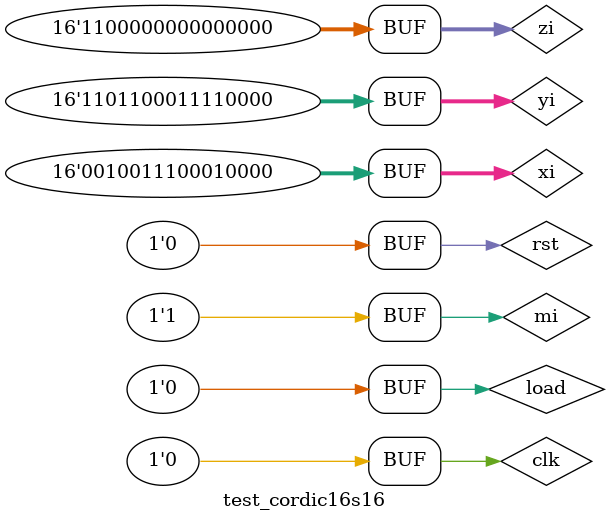
<source format=v>
`timescale 1ns / 1ps
module test_cordic16s16;

	// Inputs
	reg [15:0] xi;
	reg [15:0] yi;
	reg [15:0] zi;
	reg load;
	reg mi;
	reg clk;
	reg rst;

	// Outputs
	wire [15:0] xo;
	wire [15:0] yo;
	wire [15:0] zo;
	wire rdy;
	wire mo;
	
	// Test
	reg [15:0] xout,yout,zout;

	// Instantiate the Unit Under Test (UUT)
	cordic16s16 uut (
		.xi(xi), 
		.yi(yi), 
		.zi(zi), 
		.xo(xo), 
		.yo(yo), 
		.zo(zo), 
		.load(load), 
		.mi(mi),
		.mo(mo),		
		.rdy(rdy), 
		.clk(clk), 
		.rst(rst)
	);
	always @ (posedge clk)
	begin
		if (rdy) xout <= xo;
		if (rdy) yout <= yo;
		if (rdy) zout <= zo;
	end

	initial begin
		// Initialize Inputs
		xi = 0;
		yi = 0;
		zi = 0;
		load = 0;
		mi = 0;
		clk = 0;
		rst = 0;

		// Wait 100 ns for global reset to finish
		#100;
        
		// reset
		#5 clk = 0; rst = 1;
		#5 clk = 1;
		#5 clk = 0; rst = 0;
		#5 clk = 1;
		// demodulate Fs/4
		repeat (16)
		begin
			#5 clk = 0; xi = 16384; yi = 16384; zi = 0; load = 1;
			#5 clk = 1;
			repeat (39)
			begin
				#5 clk = 0; load = 0;
				#5 clk = 1;
			end
			#5 clk = 0; xi = -16384; yi = 16384; zi = 0; load = 1;
			#5 clk = 1;
			repeat (39)
			begin
				#5 clk = 0; load = 0;
				#5 clk = 1;
			end
			#5 clk = 0; xi = -16384; yi = -16384; zi = 0; load = 1;
			#5 clk = 1;
			repeat (39)
			begin
				#5 clk = 0; load = 0;
				#5 clk = 1;
			end
			#5 clk = 0; xi = 16384; yi = -16384; zi = 0; load = 1;
			#5 clk = 1;
			repeat (39)
			begin
				#5 clk = 0; load = 0;
				#5 clk = 1;
			end
		end
		// rotate by 0-360 degrees
		zi = -32256; mi = 1;
		repeat (129)
		begin
			#5 clk = 0; xi = 20000; yi = 20000; zi = zi+512; load = 1; // -2dBFS
			#5 clk = 1;
			repeat (39)
			begin
				#5 clk = 0; load = 0;
				#5 clk = 1;
			end
		end
		// rotate by 0-360 degrees
		zi = -32256; mi = 1;
		repeat (129)
		begin
			#5 clk = 0; xi = 200; yi = 200; zi = zi+512; load = 1; // -42dBFS
			#5 clk = 1;
			repeat (39)
			begin
				#5 clk = 0; load = 0;
				#5 clk = 1;
			end
		end
		// AM Demodulation
		zi = 0; mi = 0;
		#5 clk = 0; xi = 0; yi = 0; zi = 0; load = 1; // 
		#5 clk = 1;
		repeat (39)
		begin
			#5 clk = 0; load = 0;
			#5 clk = 1;
		end
		#5 clk = 0; xi = 2929; yi = 2929; zi = 0; load = 1; // 
		#5 clk = 1;
		repeat (39)
		begin
			#5 clk = 0; load = 0;
			#5 clk = 1;
		end
		#5 clk = 0; xi = 10000; yi = 10000; zi = 0; load = 1; // 
		#5 clk = 1;
		repeat (39)
		begin
			#5 clk = 0; load = 0;
			#5 clk = 1;
		end
		#5 clk = 0; xi = 17071; yi = 17071; zi = 0; load = 1; // 
		#5 clk = 1;
		repeat (39)
		begin
			#5 clk = 0; load = 0;
			#5 clk = 1;
		end
		#5 clk = 0; xi = 20000; yi = 20000; zi = 0; load = 1; // 
		#5 clk = 1;
		repeat (39)
		begin
			#5 clk = 0; load = 0;
			#5 clk = 1;
		end
		#5 clk = 0; xi = 17071; yi = 17071; zi = 0; load = 1; // 
		#5 clk = 1;
		repeat (39)
		begin
			#5 clk = 0; load = 0;
			#5 clk = 1;
		end
		#5 clk = 0; xi = 10000; yi = 10000; zi = 0; load = 1; // 
		#5 clk = 1;
		repeat (39)
		begin
			#5 clk = 0; load = 0;
			#5 clk = 1;
		end
		#5 clk = 0; xi = 2929; yi = 2929; zi = 0; load = 1; // 
		#5 clk = 1;
		repeat (39)
		begin
			#5 clk = 0; load = 0;
			#5 clk = 1;
		end
		#5 clk = 0; xi = 0; yi = 0; zi = 0; load = 1; // 
		#5 clk = 1;
		repeat (39)
		begin
			#5 clk = 0; load = 0;
			#5 clk = 1;
		end
		#5 clk = 0; xi = 4142; yi = 0; zi = 0; load = 1; // 
		#5 clk = 1;
		repeat (39)
		begin
			#5 clk = 0; load = 0;
			#5 clk = 1;
		end
		#5 clk = 0; xi = 14142; yi = 0; zi = 0; load = 1; // 
		#5 clk = 1;
		repeat (39)
		begin
			#5 clk = 0; load = 0;
			#5 clk = 1;
		end
		#5 clk = 0; xi = 24142; yi = 0; zi = 0; load = 1; // 
		#5 clk = 1;
		repeat (39)
		begin
			#5 clk = 0; load = 0;
			#5 clk = 1;
		end
		#5 clk = 0; xi = 28284; yi = 0; zi = 0; load = 1; // 
		#5 clk = 1;
		repeat (39)
		begin
			#5 clk = 0; load = 0;
			#5 clk = 1;
		end
		#5 clk = 0; xi = 24142; yi = 0; zi = 0; load = 1; // 
		#5 clk = 1;
		repeat (39)
		begin
			#5 clk = 0; load = 0;
			#5 clk = 1;
		end
		#5 clk = 0; xi = 14142; yi = 0; zi = 0; load = 1; // 
		#5 clk = 1;
		repeat (39)
		begin
			#5 clk = 0; load = 0;
			#5 clk = 1;
		end
		#5 clk = 0; xi = 4142; yi = 0; zi = 0; load = 1; // 
		#5 clk = 1;
		repeat (39)
		begin
			#5 clk = 0; load = 0;
			#5 clk = 1;
		end
		#5 clk = 0; xi = 0; yi = 0; zi = 0; load = 1; // 
		#5 clk = 1;
		repeat (39)
		begin
			#5 clk = 0; load = 0;
			#5 clk = 1;
		end
		// translate 0-360 degree angles -8dBFS
		#3 clk = 1; mi = 0;
		#3 clk = 1; xi = 14142; yi = 0; zi = 0; load = 1; // 0 degrees
		#3 clk = 0;
		#3 clk = 0;
		repeat (39)
		begin
			#3 clk = 1;
			#3 clk = 1; load = 0;
			#3 clk = 0;
			#3 clk = 0;
		end
		#3 clk = 1; mi = 0;
		#3 clk = 1; xi = 10000; yi = 10000; zi = 0; load = 1; // 45 degrees
		#3 clk = 0;
		#3 clk = 0;
		repeat (39)
		begin
			#3 clk = 1;
			#3 clk = 1; load = 0;
			#3 clk = 0;
			#3 clk = 0;
		end
		#3 clk = 1; mi = 0;
		#3 clk = 1; xi = 0; yi = 14142; zi = 0; load = 1; // 90 degrees
		#3 clk = 0;
		#3 clk = 0;
		repeat (39)
		begin
			#3 clk = 1;
			#3 clk = 1; load = 0;
			#3 clk = 0;
			#3 clk = 0;
		end
		#3 clk = 1; mi = 0;
		#3 clk = 1; xi = -10000; yi = 10000; zi = 0; load = 1; // 135 degrees
		#3 clk = 0;
		#3 clk = 0;
		repeat (39)
		begin
			#3 clk = 1;
			#3 clk = 1; load = 0;
			#3 clk = 0;
			#3 clk = 0;
		end
		#3 clk = 1; mi = 0;
		#3 clk = 1; xi = -14142; yi = 0; zi = 0; load = 1; // 180 degrees
		#3 clk = 0;
		#3 clk = 0;
		repeat (39)
		begin
			#3 clk = 1;
			#3 clk = 1; load = 0;
			#3 clk = 0;
			#3 clk = 0;
		end
		#3 clk = 1; mi = 0;
		#3 clk = 1; xi = -10000; yi = -10000; zi = 0; load = 1; // 225 degrees
		#3 clk = 0;
		#3 clk = 0;
		repeat (39)
		begin
			#3 clk = 1;
			#3 clk = 1; load = 0;
			#3 clk = 0;
			#3 clk = 0;
		end
		#3 clk = 1; mi = 0;
		#3 clk = 1; xi = 0; yi = -14142; zi = 0; load = 1; // 270 degrees
		#3 clk = 0;
		#3 clk = 0;
		repeat (39)
		begin
			#3 clk = 1;
			#3 clk = 1; load = 0;
			#3 clk = 0;
			#3 clk = 0;
		end
		#3 clk = 1; mi = 0;
		#3 clk = 1; xi = 10000; yi = -10000; zi = 0; load = 1; // 315 degrees
		#3 clk = 0;
		#3 clk = 0;
		repeat (39)
		begin
			#3 clk = 1;
			#3 clk = 1; load = 0;
			#3 clk = 0;
			#3 clk = 0;
		end
		#3 clk = 1; mi = 0;
		#3 clk = 1; xi = 14142; yi = 0; zi = 0; load = 1; // 360 degrees
		#3 clk = 0;
		#3 clk = 0;
		repeat (39)
		begin
			#3 clk = 1;
			#3 clk = 1; load = 0;
			#3 clk = 0;
			#3 clk = 0;
		end
		// translate 0-360 degree angles -28dBFS
		#3 clk = 1; mi = 0;
		#3 clk = 1; xi = 1414; yi = 0; zi = 0; load = 1; // 0 degrees
		#3 clk = 0;
		#3 clk = 0;
		repeat (39)
		begin
			#3 clk = 1;
			#3 clk = 1; load = 0;
			#3 clk = 0;
			#3 clk = 0;
		end
		#3 clk = 1; mi = 0;
		#3 clk = 1; xi = 1000; yi = 1000; zi = 0; load = 1; // 45 degrees
		#3 clk = 0;
		#3 clk = 0;
		repeat (39)
		begin
			#3 clk = 1;
			#3 clk = 1; load = 0;
			#3 clk = 0;
			#3 clk = 0;
		end
		#3 clk = 1; mi = 0;
		#3 clk = 1; xi = 0; yi = 1414; zi = 0; load = 1; // 90 degrees
		#3 clk = 0;
		#3 clk = 0;
		repeat (39)
		begin
			#3 clk = 1;
			#3 clk = 1; load = 0;
			#3 clk = 0;
			#3 clk = 0;
		end
		#3 clk = 1; mi = 0;
		#3 clk = 1; xi = -1000; yi = 1000; zi = 0; load = 1; // 135 degrees
		#3 clk = 0;
		#3 clk = 0;
		repeat (39)
		begin
			#3 clk = 1;
			#3 clk = 1; load = 0;
			#3 clk = 0;
			#3 clk = 0;
		end
		#3 clk = 1; mi = 0;
		#3 clk = 1; xi = -1414; yi = 0; zi = 0; load = 1; // 180 degrees
		#3 clk = 0;
		#3 clk = 0;
		repeat (39)
		begin
			#3 clk = 1;
			#3 clk = 1; load = 0;
			#3 clk = 0;
			#3 clk = 0;
		end
		#3 clk = 1; mi = 0;
		#3 clk = 1; xi = -1000; yi = -1000; zi = 0; load = 1; // 225 degrees
		#3 clk = 0;
		#3 clk = 0;
		repeat (39)
		begin
			#3 clk = 1;
			#3 clk = 1; load = 0;
			#3 clk = 0;
			#3 clk = 0;
		end
		#3 clk = 1; mi = 0;
		#3 clk = 1; xi = 0; yi = -1414; zi = 0; load = 1; // 270 degrees
		#3 clk = 0;
		#3 clk = 0;
		repeat (39)
		begin
			#3 clk = 1;
			#3 clk = 1; load = 0;
			#3 clk = 0;
			#3 clk = 0;
		end
		#3 clk = 1; mi = 0;
		#3 clk = 1; xi = 1000; yi = -1000; zi = 0; load = 1; // 315 degrees
		#3 clk = 0;
		#3 clk = 0;
		repeat (39)
		begin
			#3 clk = 1;
			#3 clk = 1; load = 0;
			#3 clk = 0;
			#3 clk = 0;
		end
		#3 clk = 1; mi = 0;
		#3 clk = 1; xi = 1414; yi = 0; zi = 0; load = 1; // 360 degrees
		#3 clk = 0;
		#3 clk = 0;
		repeat (39)
		begin
			#3 clk = 1;
			#3 clk = 1; load = 0;
			#3 clk = 0;
			#3 clk = 0;
		end
		// translate 0-360 degree angles -48dBFS
		#3 clk = 1; mi = 0;
		#3 clk = 1; xi = 141; yi = 0; zi = 0; load = 1; // 0 degrees
		#3 clk = 0;
		#3 clk = 0;
		repeat (39)
		begin
			#3 clk = 1;
			#3 clk = 1; load = 0;
			#3 clk = 0;
			#3 clk = 0;
		end
		#3 clk = 1; mi = 0;
		#3 clk = 1; xi = 100; yi = 100; zi = 0; load = 1; // 45 degrees
		#3 clk = 0;
		#3 clk = 0;
		repeat (39)
		begin
			#3 clk = 1;
			#3 clk = 1; load = 0;
			#3 clk = 0;
			#3 clk = 0;
		end
		#3 clk = 1; mi = 0;
		#3 clk = 1; xi = 0; yi = 141; zi = 0; load = 1; // 90 degrees
		#3 clk = 0;
		#3 clk = 0;
		repeat (39)
		begin
			#3 clk = 1;
			#3 clk = 1; load = 0;
			#3 clk = 0;
			#3 clk = 0;
		end
		#3 clk = 1; mi = 0;
		#3 clk = 1; xi = -100; yi = 100; zi = 0; load = 1; // 135 degrees
		#3 clk = 0;
		#3 clk = 0;
		repeat (39)
		begin
			#3 clk = 1;
			#3 clk = 1; load = 0;
			#3 clk = 0;
			#3 clk = 0;
		end
		#3 clk = 1; mi = 0;
		#3 clk = 1; xi = -141; yi = 0; zi = 0; load = 1; // 180 degrees
		#3 clk = 0;
		#3 clk = 0;
		repeat (39)
		begin
			#3 clk = 1;
			#3 clk = 1; load = 0;
			#3 clk = 0;
			#3 clk = 0;
		end
		#3 clk = 1; mi = 0;
		#3 clk = 1; xi = -100; yi = -100; zi = 0; load = 1; // 225 degrees
		#3 clk = 0;
		#3 clk = 0;
		repeat (39)
		begin
			#3 clk = 1;
			#3 clk = 1; load = 0;
			#3 clk = 0;
			#3 clk = 0;
		end
		#3 clk = 1; mi = 0;
		#3 clk = 1; xi = 0; yi = -141; zi = 0; load = 1; // 270 degrees
		#3 clk = 0;
		#3 clk = 0;
		repeat (39)
		begin
			#3 clk = 1;
			#3 clk = 1; load = 0;
			#3 clk = 0;
			#3 clk = 0;
		end
		#3 clk = 1; mi = 0;
		#3 clk = 1; xi = 100; yi = -100; zi = 0; load = 1; // 315 degrees
		#3 clk = 0;
		#3 clk = 0;
		repeat (39)
		begin
			#3 clk = 1;
			#3 clk = 1; load = 0;
			#3 clk = 0;
			#3 clk = 0;
		end
		#3 clk = 1; mi = 0;
		#3 clk = 1; xi = 141; yi = 0; zi = 0; load = 1; // 360 degrees
		#3 clk = 0;
		#3 clk = 0;
		repeat (39)
		begin
			#3 clk = 1;
			#3 clk = 1; load = 0;
			#3 clk = 0;
			#3 clk = 0;
		end
		// mix Fs/8 inputs with Fs/4 phase rotation
		repeat (2)
		begin
			#3 clk = 1; mi = 1;
			#3 clk = 1; xi = 14142; yi = 0; zi = 0; load = 1; // 0 degrees
			#3 clk = 0;
			#3 clk = 0;
			repeat (39)
			begin
				#3 clk = 1;
				#3 clk = 1; load = 0;
				#3 clk = 0;
				#3 clk = 0;
			end
			#3 clk = 1; mi = 1;
			#3 clk = 1; xi = 10000; yi = 10000; zi = 16384; load = 1; // 45 degrees
			#3 clk = 0;
			#3 clk = 0;
			repeat (39)
			begin
				#3 clk = 1;
				#3 clk = 1; load = 0;
				#3 clk = 0;
				#3 clk = 0;
			end	
			#3 clk = 1; mi = 1;
			#3 clk = 1; xi = 0; yi = 14142; zi = 32768; load = 1; // 90 degrees
			#3 clk = 0;
			#3 clk = 0;
			repeat (39)
			begin
				#3 clk = 1;
				#3 clk = 1; load = 0;
				#3 clk = 0;
				#3 clk = 0;
			end
			#3 clk = 1; mi = 1;
			#3 clk = 1; xi = -10000; yi = 10000; zi = 49152; load = 1; // 135 degrees
			#3 clk = 0;
			#3 clk = 0;
			repeat (39)
			begin
				#3 clk = 1;
				#3 clk = 1; load = 0;
				#3 clk = 0;
				#3 clk = 0;
			end
			#3 clk = 1; mi = 1;
			#3 clk = 1; xi = -14142; yi = 0; zi = 0; load = 1; // 180 degrees
			#3 clk = 0;
			#3 clk = 0;
			repeat (39)
			begin
				#3 clk = 1;
				#3 clk = 1; load = 0;
				#3 clk = 0;
				#3 clk = 0;
			end
			#3 clk = 1; mi = 1;
			#3 clk = 1; xi = -10000; yi = -10000; zi = 16384; load = 1; // 225 degrees
			#3 clk = 0;
			#3 clk = 0;
			repeat (39)
			begin
				#3 clk = 1;
				#3 clk = 1; load = 0;
				#3 clk = 0;
				#3 clk = 0;
			end
			#3 clk = 1; mi = 1;
			#3 clk = 1; xi = 0; yi = -14142; zi = 32768; load = 1; // 270 degrees
			#3 clk = 0;
			#3 clk = 0;
			repeat (39)
			begin
				#3 clk = 1;
				#3 clk = 1; load = 0;
				#3 clk = 0;
				#3 clk = 0;
			end
			#3 clk = 1; mi = 1;
			#3 clk = 1; xi = 10000; yi = -10000; zi = 49152; load = 1; // 315 degrees
			#3 clk = 0;
			#3 clk = 0;
			repeat (39)
			begin
				#3 clk = 1;
				#3 clk = 1; load = 0;
				#3 clk = 0;
				#3 clk = 0;
			end
		end
	end
      
endmodule


</source>
